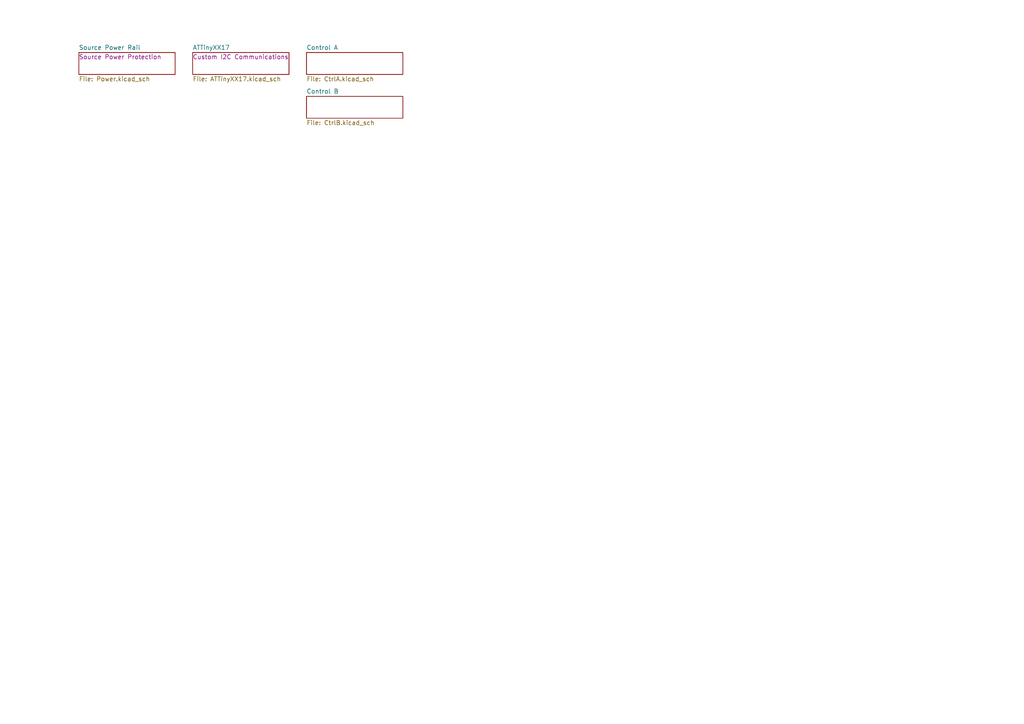
<source format=kicad_sch>
(kicad_sch (version 20211123) (generator eeschema)
  (paper "A4")
  (title_block (title "Benchtop Modular Power Strip") (date "2024-03-25") (rev "0.0.0") (company "S. A. Miller") (comment 1 "Prototype Module") (comment 2 "Blank"))
  (lib_symbols)
  (sheet (at 88.9 27.94) (size 27.94 6.35) (stroke (width 0.1524))
    (property "Sheet name" "Control B" (at 88.9 27.2284 0) (effects (justify left bottom)))
    (property "Sheet file" "CtrlB.kicad_sch" (at 88.9 34.8746 0) (effects (justify left top)))
  )
  (sheet (at 88.9 15.24) (size 27.94 6.35) (stroke (width 0.1524))
    (property "Sheet name" "Control A" (at 88.9 14.5284 0) (effects (justify left bottom)))
    (property "Sheet file" "CtrlA.kicad_sch" (at 88.9 22.1746 0) (effects (justify left top)))
  )
  (sheet (at 55.88 15.24) (size 27.94 6.35) (stroke (width 0.1524))
    (property "Sheet name" "ATTinyXX17" (at 55.88 14.5284 0) (effects (justify left bottom)))
    (property "Sheet file" "ATTinyXX17.kicad_sch" (at 55.88 22.1746 0) (effects (justify left top)))
    (property "Field2" "Custom I2C Communications" (at 55.88 16.51 0) (effects (justify left)))
  )
  (sheet (at 22.86 15.24) (size 27.94 6.35) (stroke (width 0.1524))
    (property "Sheet name" "Source Power Rail" (at 22.86 14.5284 0) (effects (justify left bottom)))
    (property "Sheet file" "Power.kicad_sch" (at 22.86 22.1746 0) (effects (justify left top)))
    (property "Field2" "Source Power Protection" (at 22.86 16.51 0) (effects (justify left)))
  )
)
</source>
